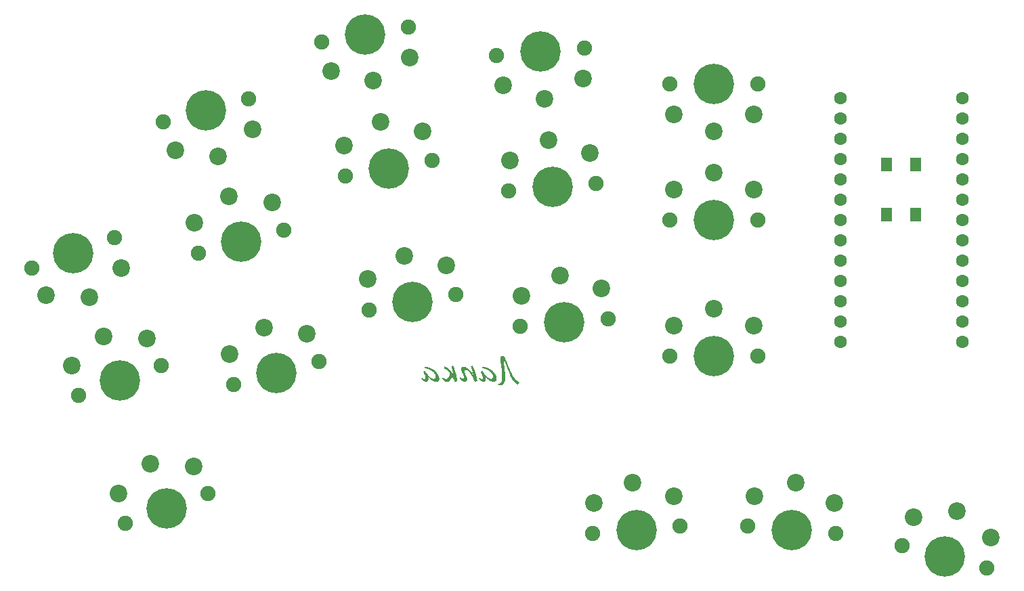
<source format=gbs>
G04 #@! TF.GenerationSoftware,KiCad,Pcbnew,8.0.7*
G04 #@! TF.CreationDate,2025-05-01T21:13:51+07:00*
G04 #@! TF.ProjectId,Lapka_ChocV1V2_Solder,4c61706b-615f-4436-986f-63563156325f,rev?*
G04 #@! TF.SameCoordinates,Original*
G04 #@! TF.FileFunction,Soldermask,Bot*
G04 #@! TF.FilePolarity,Negative*
%FSLAX46Y46*%
G04 Gerber Fmt 4.6, Leading zero omitted, Abs format (unit mm)*
G04 Created by KiCad (PCBNEW 8.0.7) date 2025-05-01 21:13:51*
%MOMM*%
%LPD*%
G01*
G04 APERTURE LIST*
%ADD10C,0.000000*%
%ADD11C,1.900000*%
%ADD12C,5.050000*%
%ADD13C,2.200000*%
%ADD14C,1.600000*%
%ADD15R,1.400000X1.700000*%
G04 APERTURE END LIST*
D10*
G36*
X145699302Y-91949655D02*
G01*
X145719058Y-91952070D01*
X145738578Y-91956096D01*
X145757862Y-91961732D01*
X145776910Y-91968978D01*
X145795723Y-91977834D01*
X145814300Y-91988301D01*
X145832642Y-92000378D01*
X145850747Y-92014065D01*
X145868617Y-92029362D01*
X145886251Y-92046269D01*
X145903648Y-92064787D01*
X145920811Y-92084915D01*
X145937737Y-92106653D01*
X145954427Y-92130002D01*
X145970881Y-92154961D01*
X146004266Y-92209551D01*
X146039064Y-92272783D01*
X146075276Y-92344654D01*
X146112901Y-92425166D01*
X146151940Y-92514318D01*
X146192392Y-92612111D01*
X146234256Y-92718544D01*
X146277534Y-92833617D01*
X146448454Y-93291082D01*
X146525668Y-93493737D01*
X146601468Y-93681939D01*
X146675853Y-93855688D01*
X146748825Y-94014983D01*
X146820382Y-94159825D01*
X146855631Y-94226827D01*
X146890526Y-94290215D01*
X146925067Y-94349990D01*
X146959256Y-94406151D01*
X146993090Y-94458700D01*
X147026572Y-94507636D01*
X147060131Y-94554706D01*
X147095458Y-94601658D01*
X147132553Y-94648492D01*
X147171414Y-94695209D01*
X147212043Y-94741807D01*
X147254440Y-94788288D01*
X147298603Y-94834651D01*
X147344535Y-94880896D01*
X147392233Y-94927024D01*
X147441699Y-94973033D01*
X147492932Y-95018925D01*
X147545932Y-95064699D01*
X147600700Y-95110355D01*
X147657235Y-95155894D01*
X147715537Y-95201314D01*
X147775607Y-95246617D01*
X147644903Y-95523106D01*
X147591883Y-95496164D01*
X147539648Y-95466865D01*
X147488199Y-95435210D01*
X147437536Y-95401198D01*
X147387658Y-95364831D01*
X147338565Y-95326107D01*
X147290258Y-95285026D01*
X147242736Y-95241590D01*
X147196000Y-95195797D01*
X147150050Y-95147647D01*
X147104884Y-95097141D01*
X147060505Y-95044278D01*
X147016910Y-94989059D01*
X146974101Y-94931483D01*
X146932078Y-94871550D01*
X146890840Y-94809261D01*
X146808051Y-94676041D01*
X146725576Y-94530255D01*
X146643415Y-94371901D01*
X146561568Y-94200980D01*
X146480035Y-94017492D01*
X146398816Y-93821436D01*
X146317910Y-93612813D01*
X146237317Y-93391623D01*
X146091531Y-92974375D01*
X146069913Y-92913500D01*
X146049040Y-92856553D01*
X146028913Y-92803533D01*
X146009532Y-92754441D01*
X145990897Y-92709275D01*
X145973008Y-92668038D01*
X145955866Y-92630727D01*
X145939469Y-92597344D01*
X145923818Y-92567889D01*
X145908913Y-92542360D01*
X145901740Y-92531069D01*
X145894754Y-92520760D01*
X145887955Y-92511432D01*
X145881341Y-92503086D01*
X145874915Y-92495722D01*
X145868675Y-92489340D01*
X145862621Y-92483940D01*
X145856754Y-92479522D01*
X145851073Y-92476085D01*
X145845579Y-92473631D01*
X145840271Y-92472158D01*
X145835150Y-92471667D01*
X145832677Y-92471716D01*
X145830282Y-92471863D01*
X145827965Y-92472109D01*
X145825727Y-92472452D01*
X145823567Y-92472894D01*
X145821486Y-92473434D01*
X145819483Y-92474072D01*
X145817559Y-92474809D01*
X145815713Y-92475643D01*
X145813946Y-92476576D01*
X145812257Y-92477607D01*
X145810647Y-92478736D01*
X145809115Y-92479964D01*
X145807662Y-92481289D01*
X145806287Y-92482713D01*
X145804991Y-92484235D01*
X145803773Y-92485855D01*
X145802634Y-92487573D01*
X145801573Y-92489390D01*
X145800591Y-92491304D01*
X145799688Y-92493317D01*
X145798863Y-92495428D01*
X145798116Y-92497637D01*
X145797448Y-92499944D01*
X145796348Y-92504854D01*
X145795562Y-92510156D01*
X145795091Y-92515850D01*
X145794933Y-92521938D01*
X145798076Y-92546131D01*
X145807503Y-92603628D01*
X145845204Y-92818536D01*
X145880551Y-93033992D01*
X145911185Y-93255576D01*
X145937106Y-93483288D01*
X145958314Y-93717127D01*
X145974809Y-93957092D01*
X145986591Y-94203184D01*
X145993660Y-94455402D01*
X145996017Y-94713746D01*
X145995290Y-94764036D01*
X145993111Y-94813109D01*
X145989478Y-94860965D01*
X145984393Y-94907602D01*
X145977854Y-94953022D01*
X145969863Y-94997225D01*
X145960418Y-95040210D01*
X145949520Y-95081978D01*
X145937168Y-95122528D01*
X145923364Y-95161861D01*
X145908106Y-95199977D01*
X145891394Y-95236875D01*
X145873230Y-95272556D01*
X145853612Y-95307019D01*
X145832540Y-95340265D01*
X145810015Y-95372294D01*
X145785706Y-95403340D01*
X145760532Y-95432383D01*
X145734494Y-95459423D01*
X145707592Y-95484461D01*
X145679825Y-95507495D01*
X145651194Y-95528526D01*
X145621699Y-95547555D01*
X145591340Y-95564580D01*
X145560117Y-95579602D01*
X145528029Y-95592622D01*
X145495078Y-95603638D01*
X145461262Y-95612651D01*
X145426583Y-95619662D01*
X145391039Y-95624669D01*
X145354632Y-95627674D01*
X145317361Y-95628675D01*
X145280603Y-95628047D01*
X145235674Y-95626163D01*
X145182574Y-95623021D01*
X145121304Y-95618621D01*
X145060979Y-95432619D01*
X145097976Y-95425372D01*
X145133558Y-95417458D01*
X145167726Y-95408876D01*
X145200481Y-95399626D01*
X145231822Y-95389709D01*
X145261749Y-95379124D01*
X145290262Y-95367872D01*
X145317361Y-95355952D01*
X145343046Y-95343365D01*
X145367317Y-95330110D01*
X145390175Y-95316188D01*
X145411618Y-95301598D01*
X145431648Y-95286340D01*
X145450264Y-95270415D01*
X145467466Y-95253823D01*
X145483254Y-95236562D01*
X145497864Y-95218850D01*
X145511532Y-95199645D01*
X145524256Y-95178948D01*
X145536039Y-95156758D01*
X145546878Y-95133076D01*
X145556775Y-95107902D01*
X145565730Y-95081235D01*
X145573742Y-95053076D01*
X145580811Y-95023424D01*
X145586938Y-94992280D01*
X145592122Y-94959643D01*
X145596364Y-94925514D01*
X145599663Y-94889892D01*
X145602019Y-94852777D01*
X145603433Y-94814170D01*
X145603904Y-94774071D01*
X145601627Y-94555077D01*
X145594793Y-94325401D01*
X145583405Y-94085043D01*
X145567460Y-93834003D01*
X145546959Y-93572281D01*
X145521902Y-93299876D01*
X145492289Y-93016790D01*
X145458119Y-92723021D01*
X145438325Y-92543931D01*
X145424186Y-92408828D01*
X145419238Y-92357772D01*
X145415703Y-92317712D01*
X145413582Y-92288650D01*
X145412875Y-92270584D01*
X145413135Y-92250789D01*
X145413916Y-92231624D01*
X145415217Y-92213086D01*
X145417039Y-92195177D01*
X145419380Y-92177897D01*
X145422243Y-92161245D01*
X145425626Y-92145221D01*
X145429529Y-92129825D01*
X145433952Y-92115058D01*
X145438896Y-92100920D01*
X145444360Y-92087409D01*
X145450345Y-92074527D01*
X145456850Y-92062274D01*
X145463875Y-92050649D01*
X145471421Y-92039652D01*
X145479487Y-92029284D01*
X145488074Y-92019544D01*
X145497181Y-92010432D01*
X145506808Y-92001949D01*
X145516955Y-91994094D01*
X145527623Y-91986867D01*
X145538811Y-91980269D01*
X145550520Y-91974300D01*
X145562749Y-91968958D01*
X145575498Y-91964246D01*
X145588767Y-91960161D01*
X145602557Y-91956705D01*
X145616867Y-91953877D01*
X145631698Y-91951678D01*
X145647048Y-91950107D01*
X145662919Y-91949164D01*
X145679311Y-91948850D01*
X145699302Y-91949655D01*
G37*
G36*
X139517214Y-93185593D02*
G01*
X139552089Y-93256208D01*
X139587592Y-93337035D01*
X139623723Y-93428073D01*
X139660483Y-93529321D01*
X139697872Y-93640780D01*
X139735890Y-93762450D01*
X139774539Y-93894331D01*
X139811535Y-94032418D01*
X139847117Y-94172704D01*
X139881286Y-94315191D01*
X139914040Y-94459877D01*
X139945381Y-94606762D01*
X139975308Y-94755847D01*
X140003821Y-94907131D01*
X140030920Y-95060615D01*
X139729295Y-95166183D01*
X139712957Y-95127145D01*
X139694105Y-95085437D01*
X139672739Y-95041057D01*
X139648860Y-94994007D01*
X139622467Y-94944287D01*
X139593562Y-94891895D01*
X139562143Y-94836832D01*
X139528211Y-94779098D01*
X139464741Y-94672271D01*
X139415099Y-94588069D01*
X139379283Y-94526489D01*
X139357291Y-94487527D01*
X139351674Y-94515864D01*
X139344879Y-94544318D01*
X139336905Y-94572890D01*
X139327754Y-94601579D01*
X139317424Y-94630387D01*
X139305916Y-94659312D01*
X139293230Y-94688355D01*
X139279366Y-94717516D01*
X139264324Y-94746795D01*
X139248104Y-94776192D01*
X139230706Y-94805706D01*
X139212129Y-94835338D01*
X139192375Y-94865089D01*
X139171443Y-94894957D01*
X139149333Y-94924942D01*
X139126045Y-94955046D01*
X139101577Y-94984266D01*
X139077188Y-95011601D01*
X139052877Y-95037050D01*
X139028644Y-95060615D01*
X139004491Y-95082294D01*
X138980415Y-95102088D01*
X138956419Y-95119997D01*
X138932500Y-95136021D01*
X138908661Y-95150160D01*
X138884900Y-95162413D01*
X138861218Y-95172782D01*
X138837614Y-95181265D01*
X138814089Y-95187863D01*
X138790643Y-95192576D01*
X138767275Y-95195403D01*
X138743987Y-95196346D01*
X138703278Y-95194481D01*
X138662845Y-95188884D01*
X138622686Y-95179557D01*
X138582803Y-95166498D01*
X138543195Y-95149709D01*
X138503862Y-95129188D01*
X138464803Y-95104937D01*
X138426020Y-95076954D01*
X138387512Y-95045241D01*
X138349279Y-95009796D01*
X138311321Y-94970620D01*
X138273638Y-94927713D01*
X138236230Y-94881075D01*
X138199097Y-94830706D01*
X138162239Y-94776605D01*
X138125656Y-94718773D01*
X138251332Y-94608177D01*
X138282062Y-94633745D01*
X138311419Y-94657663D01*
X138339401Y-94679931D01*
X138366009Y-94700550D01*
X138391242Y-94719519D01*
X138415101Y-94736839D01*
X138437586Y-94752510D01*
X138458696Y-94766530D01*
X138478432Y-94778902D01*
X138496793Y-94789624D01*
X138513780Y-94798696D01*
X138529392Y-94806119D01*
X138543629Y-94811892D01*
X138556492Y-94816016D01*
X138562408Y-94817459D01*
X138567980Y-94818490D01*
X138573208Y-94819108D01*
X138578093Y-94819315D01*
X138597651Y-94818470D01*
X138617366Y-94815937D01*
X138637238Y-94811715D01*
X138657267Y-94805804D01*
X138677454Y-94798204D01*
X138697797Y-94788915D01*
X138718298Y-94777938D01*
X138738956Y-94765272D01*
X138759772Y-94750917D01*
X138780744Y-94734873D01*
X138801874Y-94717141D01*
X138823161Y-94697720D01*
X138844605Y-94676611D01*
X138866206Y-94653812D01*
X138887964Y-94629326D01*
X138909880Y-94603150D01*
X138930655Y-94575698D01*
X138950252Y-94547382D01*
X138968671Y-94518202D01*
X138985912Y-94488158D01*
X139001974Y-94457250D01*
X139016859Y-94425477D01*
X139030565Y-94392841D01*
X139043093Y-94359340D01*
X139054443Y-94324975D01*
X139064615Y-94289746D01*
X139073609Y-94253653D01*
X139081425Y-94216695D01*
X139088063Y-94178874D01*
X139093523Y-94140188D01*
X139097805Y-94100639D01*
X139100909Y-94060225D01*
X139058707Y-94002944D01*
X139016310Y-93949238D01*
X138973717Y-93899105D01*
X138930927Y-93852546D01*
X138887942Y-93809560D01*
X138844760Y-93770149D01*
X138801382Y-93734311D01*
X138757807Y-93702047D01*
X138714037Y-93673357D01*
X138670070Y-93648241D01*
X138625907Y-93626699D01*
X138581548Y-93608731D01*
X138536992Y-93594337D01*
X138492239Y-93583517D01*
X138447290Y-93576270D01*
X138402145Y-93572598D01*
X138402145Y-93240811D01*
X138444030Y-93252201D01*
X138485483Y-93265005D01*
X138526504Y-93279222D01*
X138567094Y-93294853D01*
X138607251Y-93311898D01*
X138646977Y-93330356D01*
X138686270Y-93350229D01*
X138725132Y-93371515D01*
X138763562Y-93394215D01*
X138801559Y-93418329D01*
X138839125Y-93443857D01*
X138876259Y-93470798D01*
X138912962Y-93499154D01*
X138949232Y-93528924D01*
X138985070Y-93560108D01*
X139020477Y-93592706D01*
X139055645Y-93626580D01*
X139090774Y-93662848D01*
X139125864Y-93701513D01*
X139160915Y-93742574D01*
X139195927Y-93786030D01*
X139230900Y-93831882D01*
X139265834Y-93880131D01*
X139300729Y-93930774D01*
X139335585Y-93983814D01*
X139370402Y-94039250D01*
X139439918Y-94157308D01*
X139509278Y-94284950D01*
X139578482Y-94422175D01*
X139527583Y-94184097D01*
X139480454Y-93970053D01*
X139437096Y-93780045D01*
X139397508Y-93614072D01*
X139361689Y-93472134D01*
X139329642Y-93354233D01*
X139301364Y-93260368D01*
X139276857Y-93190540D01*
X139482968Y-93125188D01*
X139517214Y-93185593D01*
G37*
G36*
X141961156Y-93220624D02*
G01*
X142000273Y-93295794D01*
X142040333Y-93380862D01*
X142081335Y-93475827D01*
X142123279Y-93580688D01*
X142166167Y-93695447D01*
X142209996Y-93820103D01*
X142254769Y-93954656D01*
X142297500Y-94093374D01*
X142337718Y-94233032D01*
X142375422Y-94373633D01*
X142410612Y-94515176D01*
X142443288Y-94657662D01*
X142473450Y-94801090D01*
X142501098Y-94945462D01*
X142526232Y-95090777D01*
X142224606Y-95196346D01*
X142145116Y-95018276D01*
X142067511Y-94851047D01*
X141991790Y-94694658D01*
X141917954Y-94549109D01*
X141846003Y-94414400D01*
X141775938Y-94290530D01*
X141707759Y-94177499D01*
X141641465Y-94075306D01*
X141608809Y-94027824D01*
X141576193Y-93983405D01*
X141543615Y-93942049D01*
X141511077Y-93903757D01*
X141478578Y-93868528D01*
X141446118Y-93836363D01*
X141413697Y-93807261D01*
X141381315Y-93781222D01*
X141348973Y-93758247D01*
X141316669Y-93738335D01*
X141284405Y-93721486D01*
X141268288Y-93714211D01*
X141252181Y-93707701D01*
X141236083Y-93701957D01*
X141219995Y-93696979D01*
X141203917Y-93692767D01*
X141187849Y-93689321D01*
X141171791Y-93686640D01*
X141155743Y-93684726D01*
X141139704Y-93683577D01*
X141123675Y-93683194D01*
X141113720Y-93683430D01*
X141103961Y-93684136D01*
X141094398Y-93685315D01*
X141085032Y-93686964D01*
X141075862Y-93689085D01*
X141066888Y-93691677D01*
X141058110Y-93694741D01*
X141049529Y-93698275D01*
X141041144Y-93702281D01*
X141032955Y-93706758D01*
X141024963Y-93711707D01*
X141017166Y-93717127D01*
X141009566Y-93723018D01*
X141002162Y-93729380D01*
X140994955Y-93736214D01*
X140987944Y-93743519D01*
X140980639Y-93750491D01*
X140973805Y-93757580D01*
X140967443Y-93764787D01*
X140961552Y-93772112D01*
X140956132Y-93779554D01*
X140951184Y-93787114D01*
X140946706Y-93794792D01*
X140942701Y-93802587D01*
X140939166Y-93810500D01*
X140936103Y-93818532D01*
X140933511Y-93826681D01*
X140931390Y-93834948D01*
X140929740Y-93843333D01*
X140928562Y-93851836D01*
X140927855Y-93860457D01*
X140927619Y-93869196D01*
X140928307Y-93890012D01*
X140930368Y-93912241D01*
X140933805Y-93935885D01*
X140938615Y-93960942D01*
X140944801Y-93987412D01*
X140952361Y-94015296D01*
X140961295Y-94044595D01*
X140971604Y-94075306D01*
X140996347Y-94140972D01*
X141026588Y-94212293D01*
X141062328Y-94289271D01*
X141103567Y-94371904D01*
X141124263Y-94413220D01*
X141143625Y-94452965D01*
X141161651Y-94491139D01*
X141178343Y-94527742D01*
X141193699Y-94562774D01*
X141207720Y-94596236D01*
X141220405Y-94628127D01*
X141231756Y-94658446D01*
X141241771Y-94687195D01*
X141250451Y-94714373D01*
X141257795Y-94739980D01*
X141263804Y-94764016D01*
X141268478Y-94786481D01*
X141271817Y-94807375D01*
X141273820Y-94826698D01*
X141274487Y-94844450D01*
X141274134Y-94861240D01*
X141273074Y-94877676D01*
X141271306Y-94893759D01*
X141268832Y-94909488D01*
X141265651Y-94924864D01*
X141261763Y-94939886D01*
X141257168Y-94954555D01*
X141251866Y-94968871D01*
X141245857Y-94982832D01*
X141239141Y-94996441D01*
X141231718Y-95009696D01*
X141223589Y-95022597D01*
X141214752Y-95035146D01*
X141205208Y-95047340D01*
X141194958Y-95059181D01*
X141184000Y-95070669D01*
X141172434Y-95081626D01*
X141160357Y-95091877D01*
X141147770Y-95101420D01*
X141134672Y-95110257D01*
X141121063Y-95118387D01*
X141106943Y-95125810D01*
X141092314Y-95132526D01*
X141077173Y-95138534D01*
X141061522Y-95143836D01*
X141045361Y-95148432D01*
X141028689Y-95152320D01*
X141011507Y-95155501D01*
X140993814Y-95157975D01*
X140975611Y-95159743D01*
X140956897Y-95160803D01*
X140937674Y-95161156D01*
X140918057Y-95160567D01*
X140898165Y-95158800D01*
X140877998Y-95155854D01*
X140857557Y-95151731D01*
X140836840Y-95146429D01*
X140815848Y-95139948D01*
X140794581Y-95132290D01*
X140773040Y-95123453D01*
X140751223Y-95113438D01*
X140729131Y-95102245D01*
X140706764Y-95089874D01*
X140684122Y-95076324D01*
X140661205Y-95061597D01*
X140638013Y-95045691D01*
X140614547Y-95028606D01*
X140590805Y-95010344D01*
X140566631Y-94991218D01*
X140543126Y-94971541D01*
X140520288Y-94951315D01*
X140498117Y-94930540D01*
X140476614Y-94909214D01*
X140455779Y-94887339D01*
X140435612Y-94864913D01*
X140416112Y-94841938D01*
X140397280Y-94818413D01*
X140379115Y-94794338D01*
X140361619Y-94769713D01*
X140344790Y-94744539D01*
X140328629Y-94718814D01*
X140313136Y-94692539D01*
X140298310Y-94665714D01*
X140284153Y-94638340D01*
X140389721Y-94557906D01*
X140395139Y-94562148D01*
X140401344Y-94567332D01*
X140408335Y-94573459D01*
X140416111Y-94580528D01*
X140424674Y-94588540D01*
X140434021Y-94597495D01*
X140444155Y-94607392D01*
X140455073Y-94618231D01*
X140464971Y-94628051D01*
X140474555Y-94637398D01*
X140483824Y-94646274D01*
X140492778Y-94654678D01*
X140501418Y-94662610D01*
X140509743Y-94670072D01*
X140517755Y-94677063D01*
X140525453Y-94683583D01*
X140541162Y-94696467D01*
X140558127Y-94709977D01*
X140576350Y-94724115D01*
X140595832Y-94738881D01*
X140604549Y-94746186D01*
X140613111Y-94753020D01*
X140621515Y-94759382D01*
X140629763Y-94765274D01*
X140637854Y-94770693D01*
X140645788Y-94775642D01*
X140653565Y-94780119D01*
X140657394Y-94782181D01*
X140661184Y-94784125D01*
X140665013Y-94785951D01*
X140668960Y-94787660D01*
X140673025Y-94789250D01*
X140677208Y-94790723D01*
X140681508Y-94792078D01*
X140685926Y-94793315D01*
X140690463Y-94794434D01*
X140695117Y-94795436D01*
X140699888Y-94796320D01*
X140704778Y-94797085D01*
X140709785Y-94797733D01*
X140714911Y-94798264D01*
X140720154Y-94798676D01*
X140725515Y-94798971D01*
X140730993Y-94799147D01*
X140736590Y-94799206D01*
X140742265Y-94799029D01*
X140747980Y-94798499D01*
X140753734Y-94797616D01*
X140759527Y-94796379D01*
X140765359Y-94794788D01*
X140771231Y-94792844D01*
X140777142Y-94790546D01*
X140783092Y-94787895D01*
X140789082Y-94784891D01*
X140795111Y-94781533D01*
X140801178Y-94777822D01*
X140807285Y-94773757D01*
X140813432Y-94769338D01*
X140819617Y-94764567D01*
X140825841Y-94759441D01*
X140832105Y-94753963D01*
X140838191Y-94747542D01*
X140843886Y-94740847D01*
X140849187Y-94733876D01*
X140854096Y-94726630D01*
X140858613Y-94719110D01*
X140862736Y-94711314D01*
X140866467Y-94703243D01*
X140869806Y-94694898D01*
X140872752Y-94686277D01*
X140875305Y-94677381D01*
X140877465Y-94668210D01*
X140879233Y-94658765D01*
X140880608Y-94649044D01*
X140881590Y-94639048D01*
X140882179Y-94628777D01*
X140882375Y-94618231D01*
X140881766Y-94606566D01*
X140879940Y-94592937D01*
X140876896Y-94577345D01*
X140872635Y-94559789D01*
X140860459Y-94518786D01*
X140843414Y-94469929D01*
X140821499Y-94413218D01*
X140794714Y-94348652D01*
X140763059Y-94276231D01*
X140726536Y-94195956D01*
X140654270Y-94040743D01*
X140624264Y-93974920D01*
X140598344Y-93916952D01*
X140576508Y-93866838D01*
X140558756Y-93824580D01*
X140545089Y-93790176D01*
X140535507Y-93763627D01*
X140528437Y-93739436D01*
X140522311Y-93714616D01*
X140517126Y-93689167D01*
X140512885Y-93663089D01*
X140509586Y-93636382D01*
X140507229Y-93609047D01*
X140505815Y-93581083D01*
X140505344Y-93552490D01*
X140505678Y-93538154D01*
X140506679Y-93524054D01*
X140508348Y-93510190D01*
X140510685Y-93496562D01*
X140513689Y-93483170D01*
X140517361Y-93470013D01*
X140521700Y-93457093D01*
X140526708Y-93444407D01*
X140532383Y-93431958D01*
X140538725Y-93419744D01*
X140545736Y-93407766D01*
X140553414Y-93396023D01*
X140561760Y-93384516D01*
X140570774Y-93373244D01*
X140580455Y-93362207D01*
X140590805Y-93351406D01*
X140601035Y-93341057D01*
X140611619Y-93331375D01*
X140622556Y-93322362D01*
X140633848Y-93314016D01*
X140645493Y-93306337D01*
X140657491Y-93299327D01*
X140669843Y-93292984D01*
X140682549Y-93287309D01*
X140695608Y-93282302D01*
X140709020Y-93277963D01*
X140722786Y-93274291D01*
X140736905Y-93271287D01*
X140751378Y-93268950D01*
X140766203Y-93267281D01*
X140781382Y-93266280D01*
X140796915Y-93265946D01*
X140870240Y-93270580D01*
X140944429Y-93284483D01*
X141019483Y-93307655D01*
X141095400Y-93340095D01*
X141172181Y-93381804D01*
X141249826Y-93432781D01*
X141328334Y-93493027D01*
X141407707Y-93562542D01*
X141487944Y-93641326D01*
X141569045Y-93729378D01*
X141651009Y-93826700D01*
X141733838Y-93933289D01*
X141817531Y-94049148D01*
X141902088Y-94174276D01*
X141987509Y-94308672D01*
X142073794Y-94452338D01*
X142020932Y-94241750D01*
X141970426Y-94047344D01*
X141922275Y-93869119D01*
X141876481Y-93707074D01*
X141833043Y-93561211D01*
X141791962Y-93431527D01*
X141753238Y-93318025D01*
X141716871Y-93220702D01*
X141922981Y-93155350D01*
X141961156Y-93220624D01*
G37*
G36*
X143183562Y-93282480D02*
G01*
X143236347Y-93285582D01*
X143289131Y-93290334D01*
X143341916Y-93296736D01*
X143394700Y-93304787D01*
X143447484Y-93314488D01*
X143500269Y-93325839D01*
X143553053Y-93338839D01*
X143605837Y-93353488D01*
X143658622Y-93369787D01*
X143711406Y-93387736D01*
X143764190Y-93407334D01*
X143816975Y-93428581D01*
X143869759Y-93451478D01*
X143922543Y-93476024D01*
X143975328Y-93502219D01*
X144027523Y-93529749D01*
X144078540Y-93558301D01*
X144128379Y-93587874D01*
X144177040Y-93618468D01*
X144224522Y-93650084D01*
X144270826Y-93682721D01*
X144315952Y-93716379D01*
X144359900Y-93751058D01*
X144402669Y-93786758D01*
X144444261Y-93823480D01*
X144484674Y-93861222D01*
X144523908Y-93899986D01*
X144561965Y-93939771D01*
X144598843Y-93980577D01*
X144634544Y-94022404D01*
X144669065Y-94065252D01*
X144701938Y-94108023D01*
X144732689Y-94150871D01*
X144761320Y-94193798D01*
X144787830Y-94236804D01*
X144812219Y-94279888D01*
X144834488Y-94323051D01*
X144854636Y-94366291D01*
X144872662Y-94409611D01*
X144888568Y-94453009D01*
X144902354Y-94496485D01*
X144914018Y-94540040D01*
X144923562Y-94583673D01*
X144930984Y-94627384D01*
X144936286Y-94671174D01*
X144939468Y-94715043D01*
X144940528Y-94758990D01*
X144940155Y-94782555D01*
X144939035Y-94805492D01*
X144937170Y-94827800D01*
X144934558Y-94849480D01*
X144931199Y-94870531D01*
X144927095Y-94890954D01*
X144922244Y-94910748D01*
X144916648Y-94929914D01*
X144910305Y-94948451D01*
X144903216Y-94966360D01*
X144895380Y-94983640D01*
X144886799Y-95000292D01*
X144877472Y-95016315D01*
X144867398Y-95031710D01*
X144856579Y-95046477D01*
X144845013Y-95060615D01*
X144832091Y-95073398D01*
X144818463Y-95085357D01*
X144804128Y-95096491D01*
X144789086Y-95106801D01*
X144773337Y-95116286D01*
X144756881Y-95124946D01*
X144739719Y-95132781D01*
X144721850Y-95139791D01*
X144703273Y-95145977D01*
X144683990Y-95151338D01*
X144664000Y-95155874D01*
X144643303Y-95159585D01*
X144621898Y-95162472D01*
X144599787Y-95164534D01*
X144576968Y-95165771D01*
X144553442Y-95166183D01*
X144529543Y-95165810D01*
X144505605Y-95164691D01*
X144481628Y-95162825D01*
X144457612Y-95160213D01*
X144433556Y-95156855D01*
X144409462Y-95152751D01*
X144385328Y-95147900D01*
X144361155Y-95142303D01*
X144336943Y-95135960D01*
X144312691Y-95128871D01*
X144288400Y-95121036D01*
X144264070Y-95112455D01*
X144239701Y-95103127D01*
X144215292Y-95093054D01*
X144190844Y-95082234D01*
X144166357Y-95070669D01*
X144140947Y-95058023D01*
X144114988Y-95043964D01*
X144088478Y-95028490D01*
X144061418Y-95011602D01*
X144033809Y-94993300D01*
X144005649Y-94973584D01*
X143976940Y-94952454D01*
X143947681Y-94929911D01*
X143917871Y-94905953D01*
X143887512Y-94880582D01*
X143856603Y-94853796D01*
X143825145Y-94825597D01*
X143760578Y-94764958D01*
X143693811Y-94698665D01*
X143507809Y-94507636D01*
X143525483Y-94557041D01*
X143533436Y-94581096D01*
X143540799Y-94604719D01*
X143547574Y-94627910D01*
X143553760Y-94650669D01*
X143559356Y-94672996D01*
X143564364Y-94694891D01*
X143568782Y-94716354D01*
X143572611Y-94737386D01*
X143575851Y-94757985D01*
X143578502Y-94778153D01*
X143580564Y-94797889D01*
X143582037Y-94817192D01*
X143582921Y-94836064D01*
X143583215Y-94854504D01*
X143582926Y-94873680D01*
X143582057Y-94892247D01*
X143580609Y-94910206D01*
X143578581Y-94927555D01*
X143575974Y-94944296D01*
X143572788Y-94960428D01*
X143569023Y-94975951D01*
X143564679Y-94990866D01*
X143559755Y-95005171D01*
X143554252Y-95018868D01*
X143548169Y-95031956D01*
X143541507Y-95044436D01*
X143534266Y-95056306D01*
X143526446Y-95067568D01*
X143518046Y-95078221D01*
X143509068Y-95088265D01*
X143499509Y-95097701D01*
X143489372Y-95106528D01*
X143478655Y-95114746D01*
X143467359Y-95122355D01*
X143455483Y-95129355D01*
X143443028Y-95135747D01*
X143429994Y-95141530D01*
X143416381Y-95146704D01*
X143402188Y-95151270D01*
X143387416Y-95155226D01*
X143372065Y-95158574D01*
X143356134Y-95161314D01*
X143339624Y-95163444D01*
X143322534Y-95164966D01*
X143304865Y-95165879D01*
X143286617Y-95166183D01*
X143267020Y-95165653D01*
X143247187Y-95164063D01*
X143227118Y-95161412D01*
X143206814Y-95157700D01*
X143186273Y-95152928D01*
X143165497Y-95147096D01*
X143144485Y-95140204D01*
X143123237Y-95132251D01*
X143101754Y-95123237D01*
X143080035Y-95113163D01*
X143058081Y-95102029D01*
X143035891Y-95089835D01*
X143013465Y-95076580D01*
X142990804Y-95062264D01*
X142967908Y-95046888D01*
X142944776Y-95030452D01*
X142921368Y-95013427D01*
X142898903Y-94996284D01*
X142877380Y-94979023D01*
X142856801Y-94961644D01*
X142837164Y-94944147D01*
X142818470Y-94926533D01*
X142800718Y-94908801D01*
X142783909Y-94890951D01*
X142768043Y-94872983D01*
X142753119Y-94854897D01*
X142739138Y-94836694D01*
X142726099Y-94818372D01*
X142714002Y-94799933D01*
X142702848Y-94781376D01*
X142692637Y-94762701D01*
X142683367Y-94743909D01*
X142798990Y-94658448D01*
X142812502Y-94669129D01*
X142827896Y-94681068D01*
X142845176Y-94694265D01*
X142864342Y-94708719D01*
X142924667Y-94753963D01*
X142928595Y-94757733D01*
X142932836Y-94761503D01*
X142937391Y-94765274D01*
X142942260Y-94769044D01*
X142947444Y-94772814D01*
X142952943Y-94776584D01*
X142958756Y-94780355D01*
X142964884Y-94784125D01*
X142974622Y-94791351D01*
X142983734Y-94797948D01*
X142992218Y-94803917D01*
X143000073Y-94809261D01*
X143030236Y-94819315D01*
X143034557Y-94820492D01*
X143039977Y-94821512D01*
X143046497Y-94822376D01*
X143054117Y-94823083D01*
X143062836Y-94823634D01*
X143072654Y-94824027D01*
X143083572Y-94824263D01*
X143095588Y-94824342D01*
X143101263Y-94824165D01*
X143106978Y-94823635D01*
X143112732Y-94822751D01*
X143118525Y-94821514D01*
X143124358Y-94819923D01*
X143130229Y-94817979D01*
X143136140Y-94815682D01*
X143142091Y-94813031D01*
X143148080Y-94810026D01*
X143154109Y-94806668D01*
X143160176Y-94802957D01*
X143166284Y-94798892D01*
X143172430Y-94794474D01*
X143178615Y-94789702D01*
X143184839Y-94784577D01*
X143191103Y-94779098D01*
X143196582Y-94772736D01*
X143201707Y-94766218D01*
X143206479Y-94759542D01*
X143210897Y-94752708D01*
X143214962Y-94745718D01*
X143218673Y-94738570D01*
X143222031Y-94731265D01*
X143225035Y-94723803D01*
X143227686Y-94716184D01*
X143229984Y-94708408D01*
X143231928Y-94700474D01*
X143233519Y-94692383D01*
X143234756Y-94684135D01*
X143235639Y-94675730D01*
X143236170Y-94667168D01*
X143236346Y-94658448D01*
X143235129Y-94635297D01*
X143231476Y-94608571D01*
X143225389Y-94578272D01*
X143216867Y-94544399D01*
X143192518Y-94465930D01*
X143158428Y-94373164D01*
X143114599Y-94266103D01*
X143061029Y-94144745D01*
X142997719Y-94009092D01*
X142924667Y-93859142D01*
X143135805Y-93733465D01*
X143163887Y-93786445D01*
X143192832Y-93838561D01*
X143222642Y-93889813D01*
X143253315Y-93940202D01*
X143284852Y-93989726D01*
X143317253Y-94038387D01*
X143350518Y-94086183D01*
X143384647Y-94133116D01*
X143419640Y-94179185D01*
X143455497Y-94224390D01*
X143492218Y-94268730D01*
X143529803Y-94312207D01*
X143568252Y-94354820D01*
X143607565Y-94396568D01*
X143647743Y-94437453D01*
X143688784Y-94477473D01*
X143729845Y-94515824D01*
X143770081Y-94551701D01*
X143809493Y-94585104D01*
X143848080Y-94616032D01*
X143885842Y-94644486D01*
X143922779Y-94670466D01*
X143958892Y-94693971D01*
X143994179Y-94715003D01*
X144028642Y-94733560D01*
X144062281Y-94749642D01*
X144095094Y-94763251D01*
X144127083Y-94774385D01*
X144158247Y-94783045D01*
X144188586Y-94789231D01*
X144218100Y-94792942D01*
X144246790Y-94794179D01*
X144261636Y-94793890D01*
X144276010Y-94793021D01*
X144289913Y-94791572D01*
X144303345Y-94789545D01*
X144316305Y-94786938D01*
X144328795Y-94783752D01*
X144340813Y-94779987D01*
X144352359Y-94775642D01*
X144363434Y-94770719D01*
X144374038Y-94765215D01*
X144384171Y-94759133D01*
X144393833Y-94752471D01*
X144403023Y-94745230D01*
X144411742Y-94737410D01*
X144419989Y-94729010D01*
X144427765Y-94720031D01*
X144435070Y-94710473D01*
X144441904Y-94700336D01*
X144448267Y-94689619D01*
X144454158Y-94678323D01*
X144459578Y-94666447D01*
X144464526Y-94653992D01*
X144469003Y-94640958D01*
X144473009Y-94627345D01*
X144479607Y-94598380D01*
X144484320Y-94567098D01*
X144487148Y-94533498D01*
X144488091Y-94497581D01*
X144486736Y-94459878D01*
X144482671Y-94422175D01*
X144475896Y-94384472D01*
X144466411Y-94346769D01*
X144454217Y-94309066D01*
X144439312Y-94271363D01*
X144421698Y-94233660D01*
X144401373Y-94195956D01*
X144378339Y-94158253D01*
X144352595Y-94120550D01*
X144324141Y-94082847D01*
X144292977Y-94045144D01*
X144259103Y-94007441D01*
X144222519Y-93969738D01*
X144183225Y-93932035D01*
X144141222Y-93894331D01*
X144096823Y-93857414D01*
X144051599Y-93822067D01*
X144005551Y-93788292D01*
X143958677Y-93756087D01*
X143910978Y-93725454D01*
X143862455Y-93696391D01*
X143813107Y-93668900D01*
X143762934Y-93642979D01*
X143711936Y-93618629D01*
X143660113Y-93595850D01*
X143607466Y-93574642D01*
X143553994Y-93555005D01*
X143499698Y-93536939D01*
X143444577Y-93520443D01*
X143388631Y-93505519D01*
X143331861Y-93492165D01*
X143120724Y-93446921D01*
X143130778Y-93281027D01*
X143183562Y-93282480D01*
G37*
G36*
X136006224Y-93282480D02*
G01*
X136059009Y-93285582D01*
X136111793Y-93290334D01*
X136164577Y-93296736D01*
X136217362Y-93304787D01*
X136270146Y-93314488D01*
X136322930Y-93325839D01*
X136375714Y-93338839D01*
X136428499Y-93353488D01*
X136481283Y-93369787D01*
X136534067Y-93387736D01*
X136586852Y-93407334D01*
X136639636Y-93428581D01*
X136692421Y-93451478D01*
X136745205Y-93476024D01*
X136797989Y-93502219D01*
X136850185Y-93529749D01*
X136901201Y-93558301D01*
X136951040Y-93587874D01*
X136999701Y-93618468D01*
X137047183Y-93650084D01*
X137093487Y-93682721D01*
X137138613Y-93716379D01*
X137182561Y-93751058D01*
X137225330Y-93786758D01*
X137266922Y-93823480D01*
X137307335Y-93861222D01*
X137346570Y-93899986D01*
X137384626Y-93939771D01*
X137421505Y-93980577D01*
X137457205Y-94022404D01*
X137491727Y-94065252D01*
X137524600Y-94108023D01*
X137555351Y-94150871D01*
X137583982Y-94193798D01*
X137610492Y-94236804D01*
X137634881Y-94279888D01*
X137657149Y-94323051D01*
X137677297Y-94366291D01*
X137695323Y-94409611D01*
X137711229Y-94453009D01*
X137725014Y-94496485D01*
X137736679Y-94540040D01*
X137746222Y-94583673D01*
X137753645Y-94627384D01*
X137758947Y-94671174D01*
X137762128Y-94715043D01*
X137763189Y-94758990D01*
X137762816Y-94782555D01*
X137761696Y-94805492D01*
X137759831Y-94827800D01*
X137757219Y-94849480D01*
X137753860Y-94870531D01*
X137749756Y-94890954D01*
X137744905Y-94910748D01*
X137739309Y-94929914D01*
X137732966Y-94948451D01*
X137725877Y-94966360D01*
X137718042Y-94983640D01*
X137709460Y-95000292D01*
X137700133Y-95016315D01*
X137690060Y-95031710D01*
X137679240Y-95046477D01*
X137667675Y-95060615D01*
X137654753Y-95073398D01*
X137641124Y-95085357D01*
X137626789Y-95096491D01*
X137611747Y-95106801D01*
X137595999Y-95116286D01*
X137579543Y-95124946D01*
X137562381Y-95132781D01*
X137544511Y-95139791D01*
X137525935Y-95145977D01*
X137506652Y-95151338D01*
X137486662Y-95155874D01*
X137465964Y-95159585D01*
X137444560Y-95162472D01*
X137422448Y-95164534D01*
X137399630Y-95165771D01*
X137376104Y-95166183D01*
X137352205Y-95165810D01*
X137328267Y-95164691D01*
X137304290Y-95162825D01*
X137280274Y-95160213D01*
X137256218Y-95156855D01*
X137232123Y-95152751D01*
X137207990Y-95147900D01*
X137183817Y-95142303D01*
X137159604Y-95135960D01*
X137135353Y-95128871D01*
X137111062Y-95121036D01*
X137086732Y-95112455D01*
X137062362Y-95103127D01*
X137037954Y-95093054D01*
X137013505Y-95082234D01*
X136989018Y-95070669D01*
X136963608Y-95058023D01*
X136937649Y-95043964D01*
X136911139Y-95028490D01*
X136884080Y-95011602D01*
X136856470Y-94993300D01*
X136828311Y-94973584D01*
X136799601Y-94952454D01*
X136770342Y-94929911D01*
X136740533Y-94905953D01*
X136710173Y-94880582D01*
X136679264Y-94853796D01*
X136647806Y-94825597D01*
X136583238Y-94764958D01*
X136516472Y-94698665D01*
X136330471Y-94507636D01*
X136348144Y-94557041D01*
X136356097Y-94581096D01*
X136363461Y-94604719D01*
X136370236Y-94627910D01*
X136376422Y-94650669D01*
X136382018Y-94672996D01*
X136387026Y-94694891D01*
X136391444Y-94716354D01*
X136395273Y-94737386D01*
X136398514Y-94757985D01*
X136401165Y-94778153D01*
X136403227Y-94797889D01*
X136404699Y-94817192D01*
X136405583Y-94836064D01*
X136405878Y-94854504D01*
X136405588Y-94873680D01*
X136404719Y-94892247D01*
X136403271Y-94910206D01*
X136401243Y-94927555D01*
X136398637Y-94944296D01*
X136395451Y-94960428D01*
X136391685Y-94975951D01*
X136387341Y-94990866D01*
X136382417Y-95005171D01*
X136376914Y-95018868D01*
X136370831Y-95031956D01*
X136364170Y-95044436D01*
X136356929Y-95056306D01*
X136349108Y-95067568D01*
X136340708Y-95078221D01*
X136331730Y-95088265D01*
X136322171Y-95097701D01*
X136312034Y-95106528D01*
X136301317Y-95114746D01*
X136290021Y-95122355D01*
X136278145Y-95129355D01*
X136265690Y-95135747D01*
X136252656Y-95141530D01*
X136239042Y-95146704D01*
X136224850Y-95151270D01*
X136210077Y-95155226D01*
X136194726Y-95158574D01*
X136178795Y-95161314D01*
X136162285Y-95163444D01*
X136145195Y-95164966D01*
X136127526Y-95165879D01*
X136109278Y-95166183D01*
X136089681Y-95165653D01*
X136069848Y-95164063D01*
X136049779Y-95161412D01*
X136029475Y-95157700D01*
X136008934Y-95152928D01*
X135988158Y-95147096D01*
X135967146Y-95140204D01*
X135945898Y-95132251D01*
X135924415Y-95123237D01*
X135902696Y-95113163D01*
X135880742Y-95102029D01*
X135858552Y-95089835D01*
X135836126Y-95076580D01*
X135813466Y-95062264D01*
X135790569Y-95046888D01*
X135767437Y-95030452D01*
X135744029Y-95013427D01*
X135721564Y-94996284D01*
X135700042Y-94979023D01*
X135679462Y-94961644D01*
X135659825Y-94944147D01*
X135641131Y-94926533D01*
X135623379Y-94908801D01*
X135606570Y-94890951D01*
X135590704Y-94872983D01*
X135575780Y-94854897D01*
X135561799Y-94836694D01*
X135548760Y-94818372D01*
X135536664Y-94799933D01*
X135525510Y-94781376D01*
X135515298Y-94762701D01*
X135506029Y-94743909D01*
X135621652Y-94658448D01*
X135635164Y-94669129D01*
X135650558Y-94681068D01*
X135667837Y-94694265D01*
X135687005Y-94708719D01*
X135747328Y-94753963D01*
X135751256Y-94757733D01*
X135755497Y-94761503D01*
X135760053Y-94765274D01*
X135764922Y-94769044D01*
X135770106Y-94772814D01*
X135775604Y-94776584D01*
X135781418Y-94780355D01*
X135787546Y-94784125D01*
X135797284Y-94791351D01*
X135806395Y-94797948D01*
X135814880Y-94803917D01*
X135822735Y-94809261D01*
X135852898Y-94819315D01*
X135857218Y-94820492D01*
X135862638Y-94821512D01*
X135869158Y-94822376D01*
X135876778Y-94823083D01*
X135885497Y-94823634D01*
X135895316Y-94824027D01*
X135906233Y-94824263D01*
X135918250Y-94824342D01*
X135923925Y-94824165D01*
X135929639Y-94823635D01*
X135935393Y-94822751D01*
X135941186Y-94821514D01*
X135947019Y-94819923D01*
X135952891Y-94817979D01*
X135958802Y-94815682D01*
X135964752Y-94813031D01*
X135970741Y-94810026D01*
X135976770Y-94806668D01*
X135982838Y-94802957D01*
X135988945Y-94798892D01*
X135995091Y-94794474D01*
X136001276Y-94789702D01*
X136007500Y-94784577D01*
X136013764Y-94779098D01*
X136019243Y-94772736D01*
X136024368Y-94766218D01*
X136029140Y-94759542D01*
X136033558Y-94752708D01*
X136037623Y-94745718D01*
X136041335Y-94738570D01*
X136044693Y-94731265D01*
X136047697Y-94723803D01*
X136050348Y-94716184D01*
X136052646Y-94708408D01*
X136054590Y-94700474D01*
X136056180Y-94692383D01*
X136057418Y-94684135D01*
X136058301Y-94675730D01*
X136058831Y-94667168D01*
X136059008Y-94658448D01*
X136057791Y-94635297D01*
X136054138Y-94608571D01*
X136048051Y-94578272D01*
X136039529Y-94544399D01*
X136015179Y-94465930D01*
X135981090Y-94373164D01*
X135937260Y-94266103D01*
X135883690Y-94144745D01*
X135820380Y-94009092D01*
X135747328Y-93859142D01*
X135958466Y-93733465D01*
X135986548Y-93786445D01*
X136015493Y-93838561D01*
X136045303Y-93889813D01*
X136075976Y-93940202D01*
X136107513Y-93989726D01*
X136139915Y-94038387D01*
X136173180Y-94086183D01*
X136207309Y-94133116D01*
X136242302Y-94179185D01*
X136278159Y-94224390D01*
X136314880Y-94268730D01*
X136352465Y-94312207D01*
X136390914Y-94354820D01*
X136430227Y-94396568D01*
X136470404Y-94437453D01*
X136511446Y-94477473D01*
X136552507Y-94515824D01*
X136592743Y-94551701D01*
X136632155Y-94585104D01*
X136670742Y-94616032D01*
X136708504Y-94644486D01*
X136745441Y-94670466D01*
X136781553Y-94693971D01*
X136816841Y-94715003D01*
X136851304Y-94733560D01*
X136884942Y-94749642D01*
X136917756Y-94763251D01*
X136949745Y-94774385D01*
X136980909Y-94783045D01*
X137011248Y-94789231D01*
X137040762Y-94792942D01*
X137069452Y-94794179D01*
X137084297Y-94793890D01*
X137098672Y-94793021D01*
X137112575Y-94791572D01*
X137126006Y-94789545D01*
X137138967Y-94786938D01*
X137151456Y-94783752D01*
X137163474Y-94779987D01*
X137175020Y-94775642D01*
X137186095Y-94770719D01*
X137196699Y-94765215D01*
X137206832Y-94759133D01*
X137216493Y-94752471D01*
X137225684Y-94745230D01*
X137234402Y-94737410D01*
X137242650Y-94729010D01*
X137250426Y-94720031D01*
X137257731Y-94710473D01*
X137264565Y-94700336D01*
X137270927Y-94689619D01*
X137276819Y-94678323D01*
X137282238Y-94666447D01*
X137287187Y-94653992D01*
X137291664Y-94640958D01*
X137295670Y-94627345D01*
X137302268Y-94598380D01*
X137306981Y-94567098D01*
X137309809Y-94533498D01*
X137310751Y-94497581D01*
X137309396Y-94459878D01*
X137305332Y-94422175D01*
X137298557Y-94384472D01*
X137289072Y-94346769D01*
X137276878Y-94309066D01*
X137261973Y-94271363D01*
X137244359Y-94233660D01*
X137224034Y-94195956D01*
X137201000Y-94158253D01*
X137175256Y-94120550D01*
X137146802Y-94082847D01*
X137115638Y-94045144D01*
X137081764Y-94007441D01*
X137045180Y-93969738D01*
X137005887Y-93932035D01*
X136963883Y-93894331D01*
X136919484Y-93857414D01*
X136874260Y-93822067D01*
X136828212Y-93788292D01*
X136781338Y-93756087D01*
X136733639Y-93725454D01*
X136685116Y-93696391D01*
X136635768Y-93668900D01*
X136585595Y-93642979D01*
X136534597Y-93618629D01*
X136482774Y-93595850D01*
X136430127Y-93574642D01*
X136376655Y-93555005D01*
X136322359Y-93536939D01*
X136267238Y-93520443D01*
X136211292Y-93505519D01*
X136154522Y-93492165D01*
X135943386Y-93446921D01*
X135953440Y-93281027D01*
X136006224Y-93282480D01*
G37*
D11*
G04 #@! TO.C,SW6*
X92660798Y-96895300D03*
D12*
X97829107Y-95014189D03*
D11*
X102997416Y-93133078D03*
D13*
X95811188Y-89470003D03*
X91830967Y-93153458D03*
X101227894Y-89733256D03*
G04 #@! TD*
D11*
G04 #@! TO.C,SW4*
X155899173Y-53386743D03*
D12*
X150420102Y-53866100D03*
D11*
X144941031Y-54345457D03*
D13*
X150934321Y-59743649D03*
X155732267Y-57215861D03*
X145770320Y-58087419D03*
G04 #@! TD*
D11*
G04 #@! TO.C,SW5*
X177590001Y-57919998D03*
D12*
X172090001Y-57919998D03*
D11*
X166590001Y-57919998D03*
D13*
X172090001Y-63819998D03*
X177090001Y-61719998D03*
X167090001Y-61719998D03*
G04 #@! TD*
D11*
G04 #@! TO.C,SW13*
X128966959Y-86154861D03*
D12*
X134383402Y-85199796D03*
D11*
X139799845Y-84244731D03*
D13*
X133358878Y-79389430D03*
X128799500Y-82325767D03*
X138647578Y-80589286D03*
G04 #@! TD*
D14*
G04 #@! TO.C,U2*
X187960000Y-62230000D03*
X187960000Y-64770000D03*
X187960000Y-67310000D03*
X187960000Y-69850000D03*
X187960000Y-72390000D03*
X187960000Y-74930000D03*
X187960000Y-77470000D03*
X187960000Y-80010000D03*
X187960000Y-82550000D03*
X187960000Y-85090000D03*
X187960000Y-87630000D03*
X187960000Y-90170000D03*
X203200010Y-62229990D03*
X203200010Y-64769990D03*
X203200010Y-67309990D03*
X203200010Y-69849990D03*
X203200010Y-72389990D03*
X203200010Y-74929990D03*
X203200010Y-77469990D03*
X203200010Y-80009990D03*
X203200010Y-82549990D03*
X203200010Y-85089990D03*
X203200010Y-87629990D03*
X203200010Y-90169990D03*
X187960000Y-59690000D03*
X203200010Y-59689990D03*
G04 #@! TD*
D11*
G04 #@! TO.C,SW3*
X133895847Y-50761230D03*
D12*
X128479404Y-51716295D03*
D11*
X123062961Y-52671360D03*
D13*
X129503928Y-57526661D03*
X134063306Y-54590324D03*
X124215228Y-56326805D03*
G04 #@! TD*
D11*
G04 #@! TO.C,SW7*
X107684510Y-79084906D03*
D12*
X112997102Y-77661401D03*
D11*
X118309694Y-76237896D03*
D13*
X111470070Y-71962439D03*
X107183960Y-75284978D03*
X116843219Y-72696788D03*
G04 #@! TD*
D11*
G04 #@! TO.C,SW12*
X112084407Y-95505596D03*
D12*
X117396999Y-94082091D03*
D11*
X122709591Y-92658586D03*
D13*
X115869967Y-88383129D03*
X111583857Y-91705668D03*
X121243116Y-89117478D03*
G04 #@! TD*
D11*
G04 #@! TO.C,SW17*
X176335829Y-113192736D03*
D12*
X181814900Y-113672093D03*
D11*
X187293971Y-114151450D03*
D13*
X182329119Y-107794544D03*
X177165118Y-109450774D03*
X187127065Y-110322332D03*
G04 #@! TD*
D11*
G04 #@! TO.C,SW10*
X166590008Y-74919990D03*
D12*
X172090008Y-74919990D03*
D11*
X177590008Y-74919990D03*
D13*
X172090008Y-69019990D03*
X167090008Y-71119990D03*
X177090008Y-71119990D03*
G04 #@! TD*
D11*
G04 #@! TO.C,SW1*
X97183118Y-77158283D03*
D12*
X92014809Y-79039394D03*
D11*
X86846500Y-80920505D03*
D13*
X94032728Y-84583580D03*
X98012949Y-80900125D03*
X88616022Y-84320327D03*
G04 #@! TD*
D11*
G04 #@! TO.C,SW2*
X113909699Y-59817192D03*
D12*
X108597107Y-61240697D03*
D11*
X103284515Y-62664202D03*
D13*
X110124139Y-66939659D03*
X114410249Y-63617120D03*
X104750990Y-66205310D03*
G04 #@! TD*
D11*
G04 #@! TO.C,SW18*
X195620598Y-115619588D03*
D12*
X200933190Y-117043093D03*
D11*
X206245782Y-118466598D03*
D13*
X202460222Y-111344131D03*
X197087073Y-112078480D03*
X206746332Y-114666670D03*
G04 #@! TD*
D11*
G04 #@! TO.C,SW15*
X166590003Y-91919996D03*
D12*
X172090003Y-91919996D03*
D11*
X177590003Y-91919996D03*
D13*
X172090003Y-86019996D03*
X167090003Y-88119996D03*
X177090003Y-88119996D03*
G04 #@! TD*
D11*
G04 #@! TO.C,SW11*
X98475091Y-112870098D03*
D12*
X103643400Y-110988987D03*
D11*
X108811709Y-109107876D03*
D13*
X101625481Y-105444801D03*
X97645260Y-109128256D03*
X107042187Y-105708054D03*
G04 #@! TD*
D11*
G04 #@! TO.C,SW9*
X146422732Y-71280752D03*
D12*
X151901803Y-70801395D03*
D11*
X157380874Y-70322038D03*
D13*
X151387584Y-64923846D03*
X146589638Y-67451634D03*
X156551585Y-66580076D03*
G04 #@! TD*
D11*
G04 #@! TO.C,SW8*
X126014958Y-69413158D03*
D12*
X131431401Y-68458093D03*
D11*
X136847844Y-67503028D03*
D13*
X130406877Y-62647727D03*
X125847499Y-65584064D03*
X135695577Y-63847583D03*
G04 #@! TD*
D11*
G04 #@! TO.C,SW14*
X147904339Y-88216054D03*
D12*
X153383410Y-87736697D03*
D11*
X158862481Y-87257340D03*
D13*
X152869191Y-81859148D03*
X148071245Y-84386936D03*
X158033192Y-83515378D03*
G04 #@! TD*
D11*
G04 #@! TO.C,SW16*
X156922733Y-114151453D03*
D12*
X162401804Y-113672096D03*
D11*
X167880875Y-113192739D03*
D13*
X161887585Y-107794547D03*
X157089639Y-110322335D03*
X167051586Y-109450777D03*
G04 #@! TD*
D15*
G04 #@! TO.C,REF\u002A\u002A*
X197280001Y-74269998D03*
X197279998Y-67969999D03*
X193679998Y-74269999D03*
X193680001Y-67969999D03*
G04 #@! TD*
M02*

</source>
